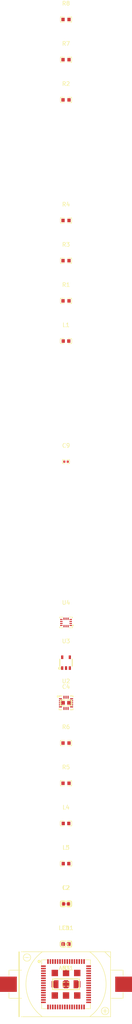
<source format=kicad_pcb>
(kicad_pcb (version 20241229) (generator "atopile") (generator_version "0.12.4")
  (layers (0 "F.Cu" signal) (31 "B.Cu" signal) (34 "B.Paste" user) (35 "F.Paste" user) (36 "B.SilkS" user "B.Silkscreen") (37 "F.SilkS" user "F.Silkscreen") (38 "B.Mask" user) (39 "F.Mask" user) (44 "Edge.Cuts" user))
  (net 0 "")
  (net 1 "PC13")
  (net 2 "PA2_UART2_TX")
  (net 3 "PA3_UART2_RX")
  (net 4 "PC0")
  (net 7 "VLXSMPS")
  (net 8 "PC6")
  (net 9 "PC4")
  (net 11 "PB7_UART1_RX")
  (net 18 "PA4")
  (net 19 "PA5")
  (net 20 "PB9")
  (net 22 "PB15")
  (net 23 "PA13")
  (net 26 "PC1")
  (net 29 "PA14")
  (net 30 "PC5")
  (net 31 "VREFpos")
  (net 32 "VFBSMPS")
  (net 35 "PB8")
  (net 39 "PC3")
  (net 6 "PB1")
  (net 41 "PA10")
  (net 43 "PA7")
  (net 44 "PB13")
  (net 45 "PB10")
  (net 47 "PA6")
  (net 48 "footprint-net-3")
  (net 50 "footprint-net-2")
  (net 51 "PB14")
  (net 52 "VDDMPS")
  (net 53 "PB12")
  (net 56 "PA8")
  (net 57 "NRST")
  (net 58 "PC2")
  (net 59 "PA11")
  (net 60 "PA9")
  (net 61 "PB11")
  (net 62 "BOOT0")
  (net 65 "PA12")
  (net 12 "footprint-net-0")
  (net 66 "footprint-net-1")
  (net 94 "ADC1")
  (net 95 "vbat")
  (net 96 "footprint-SDO_SA0-1")
  (net 97 "footprint-INT2-1")
  (net 99 "activation")
  (net 100 "footprint-CS-0")
  (net 101 "footprint-net-5")
  (net 102 "A")
  (net 103 "ADC2")
  (net 104 "SCX")
  (net 105 "led_status")
  (net 106 "footprint-CS-1")
  (net 107 "gnd")
  (net 108 "CS_AUX")
  (net 109 "INT1")
  (net 110 "RES")
  (net 111 "adc_ntc")
  (net 112 "footprint-INT2-0")
  (net 113 "footprint-net-4")
  (net 115 "ADC3")
  (net 116 "vcc")
  (net 117 "SDX")
  (net 118 "footprint-SDO_SA0-0")
  (net 119 "SDO_SUX")
  (net 15 "Dummy")
  (net 16 "Feed")
  (net 17 "RF_OUT")
  (net 5 "i2c_scl")
  (net 21 "i2c_sda")
  (footprint "RAKwireless_RAK3172_SIP_8_SM_NI:LGA-73_L12.0-W12.0-P0.60-TL" (layer "F.Cu") (at 0 0 0)
    (property "Reference" "U1" (at 0 -9.65 0) (layer "F.SilkS") (hide no))
    (property "Value" "")
    (fp_line (start -6.08 -4.82) (end -6.08 -6.08) (stroke (width 0.15)) (layer "F.SilkS"))
    (fp_line (start -6.08 -6.08) (end -4.82 -6.08) (stroke (width 0.15)) (layer "F.SilkS"))
    (fp_line (start 6.08 -4.82) (end 6.08 -6.08) (stroke (width 0.15)) (layer "F.SilkS"))
    (fp_line (start 6.08 -6.08) (end 4.82 -6.08) (stroke (width 0.15)) (layer "F.SilkS"))
    (fp_line (start 6.08 4.82) (end 6.08 6.08) (stroke (width 0.15)) (layer "F.SilkS"))
    (fp_line (start 6.08 6.08) (end 4.82 6.08) (stroke (width 0.15)) (layer "F.SilkS"))
    (fp_line (start -6.08 4.82) (end -6.08 6.08) (stroke (width 0.15)) (layer "F.SilkS"))
    (fp_line (start -6.08 6.08) (end -4.82 6.08) (stroke (width 0.15)) (layer "F.SilkS"))
    (fp_circle (center -6.7 -5.67) (end -6.5 -5.67) (stroke (width 0.4)) (fill no) (layer "F.SilkS"))
    (fp_text user "${REFERENCE}" (at 0 -9.65 0) (layer "F.SilkS"))
    (pad "1" smd rect (at -5.65 -4.5 0) (size 1.17 0.37) (layers "F.Cu" "F.Paste" "F.Mask") (net 23 "PA13"))
    (pad "2" smd rect (at -5.65 -3.9 0) (size 1.17 0.37) (layers "F.Cu" "F.Paste" "F.Mask") (net 29 "PA14"))
    (pad "3" smd rect (at -5.65 -3.3 0) (size 1.17 0.37) (layers "F.Cu" "F.Paste" "F.Mask") (net 116 "vcc"))
    (pad "4" smd rect (at -5.65 -2.7 0) (size 1.17 0.37) (layers "F.Cu" "F.Paste" "F.Mask") (net 95 "vbat"))
    (pad "5" smd rect (at -5.65 -2.1 0) (size 1.17 0.37) (layers "F.Cu" "F.Paste" "F.Mask") (net 1 "PC13"))
    (pad "6" smd rect (at -5.65 -1.5 0) (size 1.17 0.37) (layers "F.Cu" "F.Paste" "F.Mask") (net 31 "VREFpos"))
    (pad "7" smd rect (at -5.65 -0.9 0) (size 1.17 0.37) (layers "F.Cu" "F.Paste" "F.Mask") (net 116 "vcc"))
    (pad "8" smd rect (at -5.65 -0.3 0) (size 1.17 0.37) (layers "F.Cu" "F.Paste" "F.Mask") (net 5 "i2c_scl"))
    (pad "9" smd rect (at -5.65 0.3 0) (size 1.17 0.37) (layers "F.Cu" "F.Paste" "F.Mask") (net 22 "PB15"))
    (pad "10" smd rect (at -5.65 0.9 0) (size 1.17 0.37) (layers "F.Cu" "F.Paste" "F.Mask") (net 32 "VFBSMPS"))
    (pad "11" smd rect (at -5.65 1.5 0) (size 1.17 0.37) (layers "F.Cu" "F.Paste" "F.Mask") (net 52 "VDDMPS"))
    (pad "12" smd rect (at -5.65 2.1 0) (size 1.17 0.37) (layers "F.Cu" "F.Paste" "F.Mask") (net 107 "gnd"))
    (pad "13" smd rect (at -5.65 2.7 0) (size 1.17 0.37) (layers "F.Cu" "F.Paste" "F.Mask") (net 7 "VLXSMPS"))
    (pad "14" smd rect (at -5.65 3.3 0) (size 1.17 0.37) (layers "F.Cu" "F.Paste" "F.Mask") (net 97 "footprint-INT2-1"))
    (pad "15" smd rect (at -5.65 3.9 0) (size 1.17 0.37) (layers "F.Cu" "F.Paste" "F.Mask") (net 109 "INT1"))
    (pad "16" smd rect (at -5.65 4.5 0) (size 1.17 0.37) (layers "F.Cu" "F.Paste" "F.Mask") (net 105 "led_status"))
    (pad "17" smd rect (at -4.5 5.65 0) (size 0.37 1.17) (layers "F.Cu" "F.Paste" "F.Mask") (net 21 "i2c_sda"))
    (pad "18" smd rect (at -3.9 5.65 0) (size 0.37 1.17) (layers "F.Cu" "F.Paste" "F.Mask") (net 11 "PB7_UART1_RX"))
    (pad "19" smd rect (at -3.3 5.65 0) (size 0.37 1.17) (layers "F.Cu" "F.Paste" "F.Mask") (net 35 "PB8"))
    (pad "20" smd rect (at -2.7 5.65 0) (size 0.37 1.17) (layers "F.Cu" "F.Paste" "F.Mask") (net 20 "PB9"))
    (pad "21" smd rect (at -2.1 5.65 0) (size 0.37 1.17) (layers "F.Cu" "F.Paste" "F.Mask") (net 4 "PC0"))
    (pad "22" smd rect (at -1.5 5.65 0) (size 0.37 1.17) (layers "F.Cu" "F.Paste" "F.Mask") (net 26 "PC1"))
    (pad "23" smd rect (at -0.9 5.65 0) (size 0.37 1.17) (layers "F.Cu" "F.Paste" "F.Mask") (net 58 "PC2"))
    (pad "24" smd rect (at -0.3 5.65 0) (size 0.37 1.17) (layers "F.Cu" "F.Paste" "F.Mask") (net 39 "PC3"))
    (pad "25" smd rect (at 0.3 5.65 0) (size 0.37 1.17) (layers "F.Cu" "F.Paste" "F.Mask") (net 9 "PC4"))
    (pad "26" smd rect (at 0.9 5.65 0) (size 0.37 1.17) (layers "F.Cu" "F.Paste" "F.Mask") (net 30 "PC5"))
    (pad "27" smd rect (at 1.5 5.65 0) (size 0.37 1.17) (layers "F.Cu" "F.Paste" "F.Mask") (net 8 "PC6"))
    (pad "28" smd rect (at 2.1 5.65 0) (size 0.37 1.17) (layers "F.Cu" "F.Paste" "F.Mask") (net 107 "gnd"))
    (pad "29" smd rect (at 2.7 5.65 0) (size 0.37 1.17) (layers "F.Cu" "F.Paste" "F.Mask") (net 2 "PA2_UART2_TX"))
    (pad "30" smd rect (at 3.3 5.65 0) (size 0.37 1.17) (layers "F.Cu" "F.Paste" "F.Mask") (net 3 "PA3_UART2_RX"))
    (pad "31" smd rect (at 3.9 5.65 0) (size 0.37 1.17) (layers "F.Cu" "F.Paste" "F.Mask") (net 18 "PA4"))
    (pad "32" smd rect (at 4.5 5.65 0) (size 0.37 1.17) (layers "F.Cu" "F.Paste" "F.Mask") (net 19 "PA5"))
    (pad "33" smd rect (at 5.65 4.5 0) (size 1.17 0.37) (layers "F.Cu" "F.Paste" "F.Mask") (net 47 "PA6"))
    (pad "34" smd rect (at 5.65 3.9 0) (size 1.17 0.37) (layers "F.Cu" "F.Paste" "F.Mask") (net 43 "PA7"))
    (pad "35" smd rect (at 5.65 3.3 0) (size 1.17 0.37) (layers "F.Cu" "F.Paste" "F.Mask") (net 107 "gnd"))
    (pad "36" smd rect (at 5.65 2.7 0) (size 1.17 0.37) (layers "F.Cu" "F.Paste" "F.Mask") (net 107 "gnd"))
    (pad "37" smd rect (at 5.65 2.1 0) (size 1.17 0.37) (layers "F.Cu" "F.Paste" "F.Mask") (net 17 "RF_OUT"))
    (pad "38" smd rect (at 5.65 1.5 0) (size 1.17 0.37) (layers "F.Cu" "F.Paste" "F.Mask") (net 107 "gnd"))
    (pad "39" smd rect (at 5.65 0.9 0) (size 1.17 0.37) (layers "F.Cu" "F.Paste" "F.Mask") (net 107 "gnd"))
    (pad "40" smd rect (at 5.65 0.3 0) (size 1.17 0.37) (layers "F.Cu" "F.Paste" "F.Mask") (net 50 "footprint-net-2"))
    (pad "41" smd rect (at 5.65 -0.3 0) (size 1.17 0.37) (layers "F.Cu" "F.Paste" "F.Mask") (net 48 "footprint-net-3"))
    (pad "42" smd rect (at 5.65 -0.9 0) (size 1.17 0.37) (layers "F.Cu" "F.Paste" "F.Mask") (net 99 "activation"))
    (pad "43" smd rect (at 5.65 -1.5 0) (size 1.17 0.37) (layers "F.Cu" "F.Paste" "F.Mask") (net 62 "BOOT0"))
    (pad "44" smd rect (at 5.65 -2.1 0) (size 1.17 0.37) (layers "F.Cu" "F.Paste" "F.Mask") (net 57 "NRST"))
    (pad "45" smd rect (at 5.65 -2.7 0) (size 1.17 0.37) (layers "F.Cu" "F.Paste" "F.Mask") (net 111 "adc_ntc"))
    (pad "46" smd rect (at 5.65 -3.3 0) (size 1.17 0.37) (layers "F.Cu" "F.Paste" "F.Mask") (net 107 "gnd"))
    (pad "47" smd rect (at 5.65 -3.9 0) (size 1.17 0.37) (layers "F.Cu" "F.Paste" "F.Mask") (net 107 "gnd"))
    (pad "48" smd rect (at 5.65 -4.5 0) (size 1.17 0.37) (layers "F.Cu" "F.Paste" "F.Mask") (net 61 "PB11"))
    (pad "49" smd rect (at 4.5 -5.65 0) (size 0.37 1.17) (layers "F.Cu" "F.Paste" "F.Mask") (net 45 "PB10"))
    (pad "50" smd rect (at 3.9 -5.65 0) (size 0.37 1.17) (layers "F.Cu" "F.Paste" "F.Mask") (net 60 "PA9"))
    (pad "51" smd rect (at 3.3 -5.65 0) (size 0.37 1.17) (layers "F.Cu" "F.Paste" "F.Mask") (net 56 "PA8"))
    (pad "52" smd rect (at 2.7 -5.65 0) (size 0.37 1.17) (layers "F.Cu" "F.Paste" "F.Mask") (net 107 "gnd"))
    (pad "53" smd rect (at 2.1 -5.65 0) (size 0.37 1.17) (layers "F.Cu" "F.Paste" "F.Mask") (net 116 "vcc"))
    (pad "54" smd rect (at 1.5 -5.65 0) (size 0.37 1.17) (layers "F.Cu" "F.Paste" "F.Mask") (net 116 "vcc"))
    (pad "55" smd rect (at 0.9 -5.65 0) (size 0.37 1.17) (layers "F.Cu" "F.Paste" "F.Mask") (net 116 "vcc"))
    (pad "56" smd rect (at 0.3 -5.65 0) (size 0.37 1.17) (layers "F.Cu" "F.Paste" "F.Mask") (net 107 "gnd"))
    (pad "57" smd rect (at -0.3 -5.65 0) (size 0.37 1.17) (layers "F.Cu" "F.Paste" "F.Mask") (net 6 "PB1"))
    (pad "58" smd rect (at -0.9 -5.65 0) (size 0.37 1.17) (layers "F.Cu" "F.Paste" "F.Mask") (net 112 "footprint-INT2-0"))
    (pad "59" smd rect (at -1.5 -5.65 0) (size 0.37 1.17) (layers "F.Cu" "F.Paste" "F.Mask") (net 53 "PB12"))
    (pad "60" smd rect (at -2.1 -5.65 0) (size 0.37 1.17) (layers "F.Cu" "F.Paste" "F.Mask") (net 44 "PB13"))
    (pad "61" smd rect (at -2.7 -5.65 0) (size 0.37 1.17) (layers "F.Cu" "F.Paste" "F.Mask") (net 51 "PB14"))
    (pad "62" smd rect (at -3.3 -5.65 0) (size 0.37 1.17) (layers "F.Cu" "F.Paste" "F.Mask") (net 41 "PA10"))
    (pad "63" smd rect (at -3.9 -5.65 0) (size 0.37 1.17) (layers "F.Cu" "F.Paste" "F.Mask") (net 59 "PA11"))
    (pad "64" smd rect (at -4.5 -5.65 0) (size 0.37 1.17) (layers "F.Cu" "F.Paste" "F.Mask") (net 65 "PA12"))
    (pad "65" smd rect (at -2.8 -2.8 0) (size 1.6 1.6) (layers "F.Cu" "F.Paste" "F.Mask") (net 107 "gnd"))
    (pad "66" smd rect (at 0 -2.8 0) (size 1.6 1.6) (layers "F.Cu" "F.Paste" "F.Mask") (net 107 "gnd"))
    (pad "67" smd rect (at 2.8 -2.8 0) (size 1.6 1.6) (layers "F.Cu" "F.Paste" "F.Mask") (net 107 "gnd"))
    (pad "68" smd rect (at -2.8 0 0) (size 1.6 1.6) (layers "F.Cu" "F.Paste" "F.Mask") (net 107 "gnd"))
    (pad "69" smd rect (at 0 0 0) (size 1.6 1.6) (layers "F.Cu" "F.Paste" "F.Mask") (net 107 "gnd"))
    (pad "70" smd rect (at 2.8 0 0) (size 1.6 1.6) (layers "F.Cu" "F.Paste" "F.Mask") (net 107 "gnd"))
    (pad "71" smd rect (at -2.8 2.8 0) (size 1.6 1.6) (layers "F.Cu" "F.Paste" "F.Mask") (net 107 "gnd"))
    (pad "72" smd rect (at 0 2.8 0) (size 1.6 1.6) (layers "F.Cu" "F.Paste" "F.Mask") (net 107 "gnd"))
    (pad "73" smd rect (at 2.8 2.8 0) (size 1.6 1.6) (layers "F.Cu" "F.Paste" "F.Mask") (net 107 "gnd"))
  )
  (footprint "Murata_Electronics_GRM155R61A475KEAAD:C0402" (layer "F.Cu") (at 0 0 0)
    (property "Reference" "C3" (at 0 -4 0) (layer "F.SilkS") (hide no))
    (property "Value" "4.7µF ±10% 10V X5R")
    (fp_line (start -0.72 -0.5) (end -0.22 -0.5) (stroke (width 0.15)) (layer "F.SilkS"))
    (fp_line (start -0.87 0.35) (end -0.87 -0.35) (stroke (width 0.15)) (layer "F.SilkS"))
    (fp_line (start -0.22 0.5) (end -0.72 0.5) (stroke (width 0.15)) (layer "F.SilkS"))
    (fp_line (start 0.72 0.5) (end 0.22 0.5) (stroke (width 0.15)) (layer "F.SilkS"))
    (fp_line (start 0.22 -0.5) (end 0.72 -0.5) (stroke (width 0.15)) (layer "F.SilkS"))
    (fp_line (start 0.87 -0.35) (end 0.87 0.35) (stroke (width 0.15)) (layer "F.SilkS"))
    (fp_arc (start 0.87 -0.35) (mid 0.8260660171779821 -0.4560660171779821) (end 0.72 -0.5) (stroke (width 0.15)) (layer "F.SilkS"))
    (fp_arc (start 0.72 0.5) (mid 0.8260660171779821 0.4560660171779821) (end 0.87 0.35) (stroke (width 0.15)) (layer "F.SilkS"))
    (fp_arc (start -0.87 0.35) (mid -0.8260660171779821 0.4560660171779821) (end -0.72 0.5) (stroke (width 0.15)) (layer "F.SilkS"))
    (fp_arc (start -0.72 -0.5) (mid -0.8260660171779821 -0.4560660171779821) (end -0.87 -0.35) (stroke (width 0.15)) (layer "F.SilkS"))
    (fp_text user "${REFERENCE}" (at 0 -4 0) (layer "F.SilkS"))
    (pad "2" smd rect (at 0.42 0 0) (size 0.5 0.54) (layers "F.Cu" "F.Paste" "F.Mask") (net 107 "gnd"))
    (pad "1" smd rect (at -0.42 0 0) (size 0.5 0.54) (layers "F.Cu" "F.Paste" "F.Mask") (net 116 "vcc"))
  )
  (footprint "YAGEO_CC0603KRX7R9BB104:C0603" (layer "F.Cu") (at 0 -70 0)
    (property "Reference" "C4" (at 0 -4 0) (layer "F.SilkS") (hide no))
    (property "Value" "100nF ±10% 50V X7R")
    (fp_line (start -0.28 0.71) (end -1.08 0.71) (stroke (width 0.25)) (layer "F.SilkS"))
    (fp_line (start 0.28 0.71) (end 1.08 0.71) (stroke (width 0.25)) (layer "F.SilkS"))
    (fp_line (start -0.28 -0.71) (end -1.08 -0.71) (stroke (width 0.25)) (layer "F.SilkS"))
    (fp_line (start 0.28 -0.71) (end 1.08 -0.71) (stroke (width 0.25)) (layer "F.SilkS"))
    (fp_line (start -1.39 0.4) (end -1.39 -0.4) (stroke (width 0.25)) (layer "F.SilkS"))
    (fp_line (start 1.39 -0.4) (end 1.39 0.4) (stroke (width 0.25)) (layer "F.SilkS"))
    (fp_arc (start 1.39 -0.4) (mid 1.2992031021678296 -0.6192031021678296) (end 1.08 -0.7099999999999999) (stroke (width 0.25)) (layer "F.SilkS"))
    (fp_arc (start 1.08 0.71) (mid 1.2992031021678296 0.6192031021678297) (end 1.3900000000000001 0.4) (stroke (width 0.25)) (layer "F.SilkS"))
    (fp_arc (start -1.39 0.4) (mid -1.2992031021678296 0.6192031021678296) (end -1.08 0.7099999999999999) (stroke (width 0.25)) (layer "F.SilkS"))
    (fp_arc (start -1.08 -0.71) (mid -1.2992031021678296 -0.6192031021678297) (end -1.3900000000000001 -0.4) (stroke (width 0.25)) (layer "F.SilkS"))
    (fp_text user "${REFERENCE}" (at 0 -4 0) (layer "F.SilkS"))
    (pad "2" smd rect (at 0.7 0 0) (size 0.8 0.9) (layers "F.Cu" "F.Paste" "F.Mask") (net 107 "gnd"))
    (pad "1" smd rect (at -0.7 0 0) (size 0.8 0.9) (layers "F.Cu" "F.Paste" "F.Mask") (net 116 "vcc"))
  )
  (footprint "Murata_Electronics_GRM155R61A475KEAAD:C0402" (layer "F.Cu") (at 0 -130 0)
    (property "Reference" "C9" (at 0 -4 0) (layer "F.SilkS") (hide no))
    (property "Value" "4.7µF ±10% 10V X5R")
    (fp_line (start -0.72 -0.5) (end -0.22 -0.5) (stroke (width 0.15)) (layer "F.SilkS"))
    (fp_line (start -0.87 0.35) (end -0.87 -0.35) (stroke (width 0.15)) (layer "F.SilkS"))
    (fp_line (start -0.22 0.5) (end -0.72 0.5) (stroke (width 0.15)) (layer "F.SilkS"))
    (fp_line (start 0.72 0.5) (end 0.22 0.5) (stroke (width 0.15)) (layer "F.SilkS"))
    (fp_line (start 0.22 -0.5) (end 0.72 -0.5) (stroke (width 0.15)) (layer "F.SilkS"))
    (fp_line (start 0.87 -0.35) (end 0.87 0.35) (stroke (width 0.15)) (layer "F.SilkS"))
    (fp_arc (start 0.87 -0.35) (mid 0.8260660171779821 -0.4560660171779821) (end 0.72 -0.5) (stroke (width 0.15)) (layer "F.SilkS"))
    (fp_arc (start 0.72 0.5) (mid 0.8260660171779821 0.4560660171779821) (end 0.87 0.35) (stroke (width 0.15)) (layer "F.SilkS"))
    (fp_arc (start -0.87 0.35) (mid -0.8260660171779821 0.4560660171779821) (end -0.72 0.5) (stroke (width 0.15)) (layer "F.SilkS"))
    (fp_arc (start -0.72 -0.5) (mid -0.8260660171779821 -0.4560660171779821) (end -0.87 -0.35) (stroke (width 0.15)) (layer "F.SilkS"))
    (fp_text user "${REFERENCE}" (at 0 -4 0) (layer "F.SilkS"))
    (pad "2" smd rect (at 0.42 0 0) (size 0.5 0.54) (layers "F.Cu" "F.Paste" "F.Mask") (net 107 "gnd"))
    (pad "1" smd rect (at -0.42 0 0) (size 0.5 0.54) (layers "F.Cu" "F.Paste" "F.Mask") (net 116 "vcc"))
  )
  (footprint "Murata_Electronics_LQM18FN100M00D:L0603" (layer "F.Cu") (at 0 -160 0)
    (property "Reference" "L1" (at 0 -4 0) (layer "F.SilkS") (hide no))
    (property "Value" "10µH ±20% 30MHz 50mA 1.17Ω")
    (fp_line (start -1.27 0.65) (end -1.43 0.5) (stroke (width 0.15)) (layer "F.SilkS"))
    (fp_line (start -1.43 0.5) (end -1.43 -0.51) (stroke (width 0.15)) (layer "F.SilkS"))
    (fp_line (start -1.43 -0.51) (end -1.27 -0.65) (stroke (width 0.15)) (layer "F.SilkS"))
    (fp_line (start 1.27 -0.65) (end 1.42 -0.5) (stroke (width 0.15)) (layer "F.SilkS"))
    (fp_line (start 1.42 -0.5) (end 1.42 0.52) (stroke (width 0.15)) (layer "F.SilkS"))
    (fp_line (start 1.42 0.52) (end 1.27 0.65) (stroke (width 0.15)) (layer "F.SilkS"))
    (fp_line (start -1.28 -0.65) (end -0.51 -0.65) (stroke (width 0.15)) (layer "F.SilkS"))
    (fp_line (start 1.27 0.65) (end 0.51 0.65) (stroke (width 0.15)) (layer "F.SilkS"))
    (fp_line (start -1.28 0.65) (end -0.51 0.65) (stroke (width 0.15)) (layer "F.SilkS"))
    (fp_line (start 1.27 -0.65) (end 0.51 -0.65) (stroke (width 0.15)) (layer "F.SilkS"))
    (fp_text user "${REFERENCE}" (at 0 -4 0) (layer "F.SilkS"))
    (pad "1" smd rect (at -0.7 0 180) (size 0.8 0.86) (layers "F.Cu" "F.Paste" "F.Mask") (net 116 "vcc"))
    (pad "2" smd rect (at 0.7 0 180) (size 0.8 0.86) (layers "F.Cu" "F.Paste" "F.Mask") (net 116 "vcc"))
  )
  (footprint "UNI_ROYAL_0603WAF1002T5E:R0603" (layer "F.Cu") (at 0 -170 0)
    (property "Reference" "R1" (at 0 -4 0) (layer "F.SilkS") (hide no))
    (property "Value" "10kΩ ±1% 100mW")
    (fp_line (start 0.43 0.66) (end 1.39 0.66) (stroke (width 0.15)) (layer "F.SilkS"))
    (fp_line (start 1.39 0.66) (end 1.39 -0.66) (stroke (width 0.15)) (layer "F.SilkS"))
    (fp_line (start 1.39 -0.66) (end 0.43 -0.66) (stroke (width 0.15)) (layer "F.SilkS"))
    (fp_line (start -0.43 0.66) (end -1.39 0.66) (stroke (width 0.15)) (layer "F.SilkS"))
    (fp_line (start -1.39 0.66) (end -1.39 -0.66) (stroke (width 0.15)) (layer "F.SilkS"))
    (fp_line (start -1.39 -0.66) (end -0.43 -0.66) (stroke (width 0.15)) (layer "F.SilkS"))
    (fp_text user "${REFERENCE}" (at 0 -4 0) (layer "F.SilkS"))
    (pad "2" smd rect (at 0.75 0 0) (size 0.81 0.86) (layers "F.Cu" "F.Paste" "F.Mask") (net 107 "gnd"))
    (pad "1" smd rect (at -0.75 0 0) (size 0.81 0.86) (layers "F.Cu" "F.Paste" "F.Mask") (net 116 "vcc"))
  )
  (footprint "UNI_ROYAL_0603WAF1002T5E:R0603" (layer "F.Cu") (at 0 -180 0)
    (property "Reference" "R3" (at 0 -4 0) (layer "F.SilkS") (hide no))
    (property "Value" "10kΩ ±1% 100mW")
    (fp_line (start 0.43 0.66) (end 1.39 0.66) (stroke (width 0.15)) (layer "F.SilkS"))
    (fp_line (start 1.39 0.66) (end 1.39 -0.66) (stroke (width 0.15)) (layer "F.SilkS"))
    (fp_line (start 1.39 -0.66) (end 0.43 -0.66) (stroke (width 0.15)) (layer "F.SilkS"))
    (fp_line (start -0.43 0.66) (end -1.39 0.66) (stroke (width 0.15)) (layer "F.SilkS"))
    (fp_line (start -1.39 0.66) (end -1.39 -0.66) (stroke (width 0.15)) (layer "F.SilkS"))
    (fp_line (start -1.39 -0.66) (end -0.43 -0.66) (stroke (width 0.15)) (layer "F.SilkS"))
    (fp_text user "${REFERENCE}" (at 0 -4 0) (layer "F.SilkS"))
    (pad "2" smd rect (at 0.75 0 0) (size 0.81 0.86) (layers "F.Cu" "F.Paste" "F.Mask") (net 107 "gnd"))
    (pad "1" smd rect (at -0.75 0 0) (size 0.81 0.86) (layers "F.Cu" "F.Paste" "F.Mask") (net 111 "adc_ntc"))
  )
  (footprint "UNI_ROYAL_0603WAF1002T5E:R0603" (layer "F.Cu") (at 0 -190 0)
    (property "Reference" "R4" (at 0 -4 0) (layer "F.SilkS") (hide no))
    (property "Value" "10kΩ ±1% 100mW")
    (fp_line (start 0.43 0.66) (end 1.39 0.66) (stroke (width 0.15)) (layer "F.SilkS"))
    (fp_line (start 1.39 0.66) (end 1.39 -0.66) (stroke (width 0.15)) (layer "F.SilkS"))
    (fp_line (start 1.39 -0.66) (end 0.43 -0.66) (stroke (width 0.15)) (layer "F.SilkS"))
    (fp_line (start -0.43 0.66) (end -1.39 0.66) (stroke (width 0.15)) (layer "F.SilkS"))
    (fp_line (start -1.39 0.66) (end -1.39 -0.66) (stroke (width 0.15)) (layer "F.SilkS"))
    (fp_line (start -1.39 -0.66) (end -0.43 -0.66) (stroke (width 0.15)) (layer "F.SilkS"))
    (fp_text user "${REFERENCE}" (at 0 -4 0) (layer "F.SilkS"))
    (pad "2" smd rect (at 0.75 0 0) (size 0.81 0.86) (layers "F.Cu" "F.Paste" "F.Mask") (net 111 "adc_ntc"))
    (pad "1" smd rect (at -0.75 0 0) (size 0.81 0.86) (layers "F.Cu" "F.Paste" "F.Mask") (net 116 "vcc"))
  )
  (footprint "UNI_ROYAL_0603WAF1002T5E:R0603" (layer "F.Cu") (at 0 -220 0)
    (property "Reference" "R2" (at 0 -4 0) (layer "F.SilkS") (hide no))
    (property "Value" "10kΩ ±1% 100mW")
    (fp_line (start 0.43 0.66) (end 1.39 0.66) (stroke (width 0.15)) (layer "F.SilkS"))
    (fp_line (start 1.39 0.66) (end 1.39 -0.66) (stroke (width 0.15)) (layer "F.SilkS"))
    (fp_line (start 1.39 -0.66) (end 0.43 -0.66) (stroke (width 0.15)) (layer "F.SilkS"))
    (fp_line (start -0.43 0.66) (end -1.39 0.66) (stroke (width 0.15)) (layer "F.SilkS"))
    (fp_line (start -1.39 0.66) (end -1.39 -0.66) (stroke (width 0.15)) (layer "F.SilkS"))
    (fp_line (start -1.39 -0.66) (end -0.43 -0.66) (stroke (width 0.15)) (layer "F.SilkS"))
    (fp_text user "${REFERENCE}" (at 0 -4 0) (layer "F.SilkS"))
    (pad "2" smd rect (at 0.75 0 0) (size 0.81 0.86) (layers "F.Cu" "F.Paste" "F.Mask") (net 66 "footprint-net-1"))
    (pad "1" smd rect (at -0.75 0 0) (size 0.81 0.86) (layers "F.Cu" "F.Paste" "F.Mask") (net 12 "footprint-net-0"))
  )
  (footprint "UNI_ROYAL_0603WAF1002T5E:R0603" (layer "F.Cu") (at 0 -230 0)
    (property "Reference" "R7" (at 0 -4 0) (layer "F.SilkS") (hide no))
    (property "Value" "10kΩ ±1% 100mW")
    (fp_line (start 0.43 0.66) (end 1.39 0.66) (stroke (width 0.15)) (layer "F.SilkS"))
    (fp_line (start 1.39 0.66) (end 1.39 -0.66) (stroke (width 0.15)) (layer "F.SilkS"))
    (fp_line (start 1.39 -0.66) (end 0.43 -0.66) (stroke (width 0.15)) (layer "F.SilkS"))
    (fp_line (start -0.43 0.66) (end -1.39 0.66) (stroke (width 0.15)) (layer "F.SilkS"))
    (fp_line (start -1.39 0.66) (end -1.39 -0.66) (stroke (width 0.15)) (layer "F.SilkS"))
    (fp_line (start -1.39 -0.66) (end -0.43 -0.66) (stroke (width 0.15)) (layer "F.SilkS"))
    (fp_text user "${REFERENCE}" (at 0 -4 0) (layer "F.SilkS"))
    (pad "2" smd rect (at 0.75 0 0) (size 0.81 0.86) (layers "F.Cu" "F.Paste" "F.Mask") (net 21 "i2c_sda"))
    (pad "1" smd rect (at -0.75 0 0) (size 0.81 0.86) (layers "F.Cu" "F.Paste" "F.Mask") (net 116 "vcc"))
  )
  (footprint "UNI_ROYAL_0603WAF1002T5E:R0603" (layer "F.Cu") (at 0 -240 0)
    (property "Reference" "R8" (at 0 -4 0) (layer "F.SilkS") (hide no))
    (property "Value" "10kΩ ±1% 100mW")
    (fp_line (start 0.43 0.66) (end 1.39 0.66) (stroke (width 0.15)) (layer "F.SilkS"))
    (fp_line (start 1.39 0.66) (end 1.39 -0.66) (stroke (width 0.15)) (layer "F.SilkS"))
    (fp_line (start 1.39 -0.66) (end 0.43 -0.66) (stroke (width 0.15)) (layer "F.SilkS"))
    (fp_line (start -0.43 0.66) (end -1.39 0.66) (stroke (width 0.15)) (layer "F.SilkS"))
    (fp_line (start -1.39 0.66) (end -1.39 -0.66) (stroke (width 0.15)) (layer "F.SilkS"))
    (fp_line (start -1.39 -0.66) (end -0.43 -0.66) (stroke (width 0.15)) (layer "F.SilkS"))
    (fp_text user "${REFERENCE}" (at 0 -4 0) (layer "F.SilkS"))
    (pad "2" smd rect (at 0.75 0 0) (size 0.81 0.86) (layers "F.Cu" "F.Paste" "F.Mask") (net 5 "i2c_scl"))
    (pad "1" smd rect (at -0.75 0 0) (size 0.81 0.86) (layers "F.Cu" "F.Paste" "F.Mask") (net 116 "vcc"))
  )
  (footprint "Q_J_CR2032_BS_6_1:BAT-TH_CR2032-BS-6-1" (layer "F.Cu") (at 0 0 0)
    (property "Reference" "B1" (at 0 -4 0) (layer "F.SilkS") (hide no))
    (property "Value" "")
    (fp_line (start 11.13 8.08) (end 11.13 1.98) (stroke (width 0.15)) (layer "F.SilkS"))
    (fp_line (start -9.2 -6.65) (end -10.3 -6.65) (stroke (width 0.15)) (layer "F.SilkS"))
    (fp_line (start 9.2 6.65) (end 10.3 6.65) (stroke (width 0.15)) (layer "F.SilkS"))
    (fp_line (start 9.75 7.2) (end 9.75 6.1) (stroke (width 0.15)) (layer "F.SilkS"))
    (fp_line (start 11.13 -1.98) (end 11.13 2.06) (stroke (width 0.15)) (layer "F.SilkS"))
    (fp_line (start -11.8 -8.05) (end -11.8 8.05) (stroke (width 0.15)) (layer "F.SilkS"))
    (fp_line (start -11.8 -8.07) (end -11.65 -8.07) (stroke (width 0.15)) (layer "F.SilkS"))
    (fp_line (start -11.65 -8.07) (end -11.65 8.08) (stroke (width 0.15)) (layer "F.SilkS"))
    (fp_line (start -11.65 8.08) (end -11.8 8.08) (stroke (width 0.15)) (layer "F.SilkS"))
    (fp_line (start -14.25 3.5) (end -11.13 3.5) (stroke (width 0.15)) (layer "F.SilkS"))
    (fp_line (start -14.25 3.5) (end -14.25 2.08) (stroke (width 0.15)) (layer "F.SilkS"))
    (fp_line (start -14.25 -3.5) (end -14.25 -2.08) (stroke (width 0.15)) (layer "F.SilkS"))
    (fp_line (start -14.25 -3.5) (end -11.13 -3.5) (stroke (width 0.15)) (layer "F.SilkS"))
    (fp_line (start 14.25 3.5) (end 11.13 3.5) (stroke (width 0.15)) (layer "F.SilkS"))
    (fp_line (start 14.25 3.5) (end 14.25 2.08) (stroke (width 0.15)) (layer "F.SilkS"))
    (fp_line (start 14.25 -3.5) (end 14.25 -2.08) (stroke (width 0.15)) (layer "F.SilkS"))
    (fp_line (start 14.25 -3.5) (end 11.13 -3.5) (stroke (width 0.15)) (layer "F.SilkS"))
    (fp_line (start 9.64 -8.08) (end 9.66 -8.08) (stroke (width 0.15)) (layer "F.SilkS"))
    (fp_line (start 9.66 -8.08) (end 11.13 -6.61) (stroke (width 0.15)) (layer "F.SilkS"))
    (fp_line (start -11.13 -8.08) (end 11.13 -8.08) (stroke (width 0.15)) (layer "F.SilkS"))
    (fp_line (start 11.13 -8.08) (end 11.13 -1.98) (stroke (width 0.15)) (layer "F.SilkS"))
    (fp_line (start -11.13 8.08) (end 11.13 8.08) (stroke (width 0.15)) (layer "F.SilkS"))
    (fp_arc (start -5.91 8.07) (mid -10.006743821177578 -0.003601908927777231) (end -5.904183094256048 -8.074249541064866) (stroke (width 0.15)) (layer "F.SilkS"))
    (fp_arc (start 5.91 -8.07) (mid 10.006743821177578 0.003601908927777231) (end 5.904183094256048 8.074249541064866) (stroke (width 0.15)) (layer "F.SilkS"))
    (fp_circle (center 9.75 6.65) (end 10.67 6.65) (stroke (width 0.15)) (fill no) (layer "F.SilkS"))
    (fp_circle (center -9.75 -6.65) (end -8.83 -6.65) (stroke (width 0.15)) (fill no) (layer "F.SilkS"))
    (fp_text user "${REFERENCE}" (at 0 -4 0) (layer "F.SilkS"))
    (pad "1" smd rect (at 14.39 0 0) (size 4.2 3.8) (layers "F.Cu" "F.Paste" "F.Mask") (net 95 "vbat"))
    (pad "2" smd rect (at -14.39 0 0) (size 4.2 3.8) (layers "F.Cu" "F.Paste" "F.Mask") (net 107 "gnd"))
  )
  (footprint "Everlight_Elec_19_217_GHC_YR1S2_3T:LED0603-RD" (layer "F.Cu") (at 0 -10 0)
    (property "Reference" "LED1" (at 0 -4 0) (layer "F.SilkS") (hide no))
    (property "Value" "")
    (fp_line (start 0.22 0.33) (end 0.21 0.33) (stroke (width 0.15)) (layer "F.SilkS"))
    (fp_line (start 0.21 0.33) (end -0.12 0) (stroke (width 0.15)) (layer "F.SilkS"))
    (fp_line (start 0.22 -0.35) (end 0.22 -0.34) (stroke (width 0.15)) (layer "F.SilkS"))
    (fp_line (start 0.22 -0.34) (end -0.12 0) (stroke (width 0.15)) (layer "F.SilkS"))
    (fp_line (start 0.22 -0.35) (end 0.22 0.33) (stroke (width 0.15)) (layer "F.SilkS"))
    (fp_line (start 0.24 -0.75) (end 1.39 -0.75) (stroke (width 0.15)) (layer "F.SilkS"))
    (fp_line (start 0.24 0.75) (end 1.39 0.75) (stroke (width 0.15)) (layer "F.SilkS"))
    (fp_line (start 1.39 -0.75) (end 1.39 0.73) (stroke (width 0.15)) (layer "F.SilkS"))
    (fp_line (start -0.14 0.75) (end -1.19 0.75) (stroke (width 0.15)) (layer "F.SilkS"))
    (fp_line (start -1.49 0.35) (end -1.49 0.45) (stroke (width 0.15)) (layer "F.SilkS"))
    (fp_line (start -1.49 0.45) (end -1.19 0.75) (stroke (width 0.15)) (layer "F.SilkS"))
    (fp_line (start -1.49 -0.35) (end -1.49 0.35) (stroke (width 0.15)) (layer "F.SilkS"))
    (fp_line (start -1.49 -0.35) (end -1.49 -0.45) (stroke (width 0.15)) (layer "F.SilkS"))
    (fp_line (start -1.49 -0.45) (end -1.19 -0.75) (stroke (width 0.15)) (layer "F.SilkS"))
    (fp_line (start -0.14 -0.75) (end -1.19 -0.75) (stroke (width 0.15)) (layer "F.SilkS"))
    (fp_line (start 0.22 0) (end -0.12 0) (stroke (width 0.15)) (layer "F.SilkS"))
    (fp_text user "${REFERENCE}" (at 0 -4 0) (layer "F.SilkS"))
    (pad "2" smd rect (at 0.75 0 90) (size 0.8 0.8) (layers "F.Cu" "F.Paste" "F.Mask") (net 102 "A"))
    (pad "1" smd rect (at -0.75 0 90) (size 0.8 0.8) (layers "F.Cu" "F.Paste" "F.Mask") (net 107 "gnd"))
  )
  (footprint "Murata_Electronics_BLM15PD121SN1D:L0402" (layer "F.Cu") (at 0 -20 0)
    (property "Reference" "L2" (at 0 -4 0) (layer "F.SilkS") (hide no))
    (property "Value" "")
    (fp_line (start -0.13 0.51) (end -0.92 0.51) (stroke (width 0.15)) (layer "F.SilkS"))
    (fp_line (start -0.92 0.51) (end -1.07 0.36) (stroke (width 0.15)) (layer "F.SilkS"))
    (fp_line (start -1.07 0.36) (end -1.07 -0.34) (stroke (width 0.15)) (layer "F.SilkS"))
    (fp_line (start -1.07 -0.34) (end -0.92 -0.49) (stroke (width 0.15)) (layer "F.SilkS"))
    (fp_line (start -0.92 -0.49) (end -0.13 -0.49) (stroke (width 0.15)) (layer "F.SilkS"))
    (fp_line (start 0.13 0.51) (end 0.92 0.51) (stroke (width 0.15)) (layer "F.SilkS"))
    (fp_line (start 0.92 0.51) (end 1.07 0.36) (stroke (width 0.15)) (layer "F.SilkS"))
    (fp_line (start 1.07 0.36) (end 1.07 -0.33) (stroke (width 0.15)) (layer "F.SilkS"))
    (fp_line (start 1.07 -0.33) (end 0.91 -0.49) (stroke (width 0.15)) (layer "F.SilkS"))
    (fp_line (start 0.91 -0.49) (end 0.13 -0.49) (stroke (width 0.15)) (layer "F.SilkS"))
    (fp_text user "${REFERENCE}" (at 0 -4 0) (layer "F.SilkS"))
    (pad "2" smd rect (at 0.42 0 0) (size 0.54 0.54) (layers "F.Cu" "F.Paste" "F.Mask") (net 116 "vcc"))
    (pad "1" smd rect (at -0.42 0 0) (size 0.54 0.54) (layers "F.Cu" "F.Paste" "F.Mask") (net 95 "vbat"))
  )
  (footprint "Murata_Electronics_LQM18FN100M00D:L0603" (layer "F.Cu") (at 0 -30 0)
    (property "Reference" "L3" (at 0 -4 0) (layer "F.SilkS") (hide no))
    (property "Value" "10µH ±20% 30MHz 50mA 1.17Ω")
    (fp_line (start -1.27 0.65) (end -1.43 0.5) (stroke (width 0.15)) (layer "F.SilkS"))
    (fp_line (start -1.43 0.5) (end -1.43 -0.51) (stroke (width 0.15)) (layer "F.SilkS"))
    (fp_line (start -1.43 -0.51) (end -1.27 -0.65) (stroke (width 0.15)) (layer "F.SilkS"))
    (fp_line (start 1.27 -0.65) (end 1.42 -0.5) (stroke (width 0.15)) (layer "F.SilkS"))
    (fp_line (start 1.42 -0.5) (end 1.42 0.52) (stroke (width 0.15)) (layer "F.SilkS"))
    (fp_line (start 1.42 0.52) (end 1.27 0.65) (stroke (width 0.15)) (layer "F.SilkS"))
    (fp_line (start -1.28 -0.65) (end -0.51 -0.65) (stroke (width 0.15)) (layer "F.SilkS"))
    (fp_line (start 1.27 0.65) (end 0.51 0.65) (stroke (width 0.15)) (layer "F.SilkS"))
    (fp_line (start -1.28 0.65) (end -0.51 0.65) (stroke (width 0.15)) (layer "F.SilkS"))
    (fp_line (start 1.27 -0.65) (end 0.51 -0.65) (stroke (width 0.15)) (layer "F.SilkS"))
    (fp_text user "${REFERENCE}" (at 0 -4 0) (layer "F.SilkS"))
    (pad "1" smd rect (at -0.7 0 180) (size 0.8 0.86) (layers "F.Cu" "F.Paste" "F.Mask") (net 116 "vcc"))
    (pad "2" smd rect (at 0.7 0 180) (size 0.8 0.86) (layers "F.Cu" "F.Paste" "F.Mask") (net 116 "vcc"))
  )
  (footprint "Murata_Electronics_LQM18FN100M00D:L0603" (layer "F.Cu") (at 0 -40 0)
    (property "Reference" "L4" (at 0 -4 0) (layer "F.SilkS") (hide no))
    (property "Value" "10µH ±20% 30MHz 50mA 1.17Ω")
    (fp_line (start -1.27 0.65) (end -1.43 0.5) (stroke (width 0.15)) (layer "F.SilkS"))
    (fp_line (start -1.43 0.5) (end -1.43 -0.51) (stroke (width 0.15)) (layer "F.SilkS"))
    (fp_line (start -1.43 -0.51) (end -1.27 -0.65) (stroke (width 0.15)) (layer "F.SilkS"))
    (fp_line (start 1.27 -0.65) (end 1.42 -0.5) (stroke (width 0.15)) (layer "F.SilkS"))
    (fp_line (start 1.42 -0.5) (end 1.42 0.52) (stroke (width 0.15)) (layer "F.SilkS"))
    (fp_line (start 1.42 0.52) (end 1.27 0.65) (stroke (width 0.15)) (layer "F.SilkS"))
    (fp_line (start -1.28 -0.65) (end -0.51 -0.65) (stroke (width 0.15)) (layer "F.SilkS"))
    (fp_line (start 1.27 0.65) (end 0.51 0.65) (stroke (width 0.15)) (layer "F.SilkS"))
    (fp_line (start -1.28 0.65) (end -0.51 0.65) (stroke (width 0.15)) (layer "F.SilkS"))
    (fp_line (start 1.27 -0.65) (end 0.51 -0.65) (stroke (width 0.15)) (layer "F.SilkS"))
    (fp_text user "${REFERENCE}" (at 0 -4 0) (layer "F.SilkS"))
    (pad "1" smd rect (at -0.7 0 180) (size 0.8 0.86) (layers "F.Cu" "F.Paste" "F.Mask") (net 116 "vcc"))
    (pad "2" smd rect (at 0.7 0 180) (size 0.8 0.86) (layers "F.Cu" "F.Paste" "F.Mask") (net 116 "vcc"))
  )
  (footprint "UNI_ROYAL_0603WAF1002T5E:R0603" (layer "F.Cu") (at 0 -50 0)
    (property "Reference" "R5" (at 0 -4 0) (layer "F.SilkS") (hide no))
    (property "Value" "10kΩ ±1% 100mW")
    (fp_line (start 0.43 0.66) (end 1.39 0.66) (stroke (width 0.15)) (layer "F.SilkS"))
    (fp_line (start 1.39 0.66) (end 1.39 -0.66) (stroke (width 0.15)) (layer "F.SilkS"))
    (fp_line (start 1.39 -0.66) (end 0.43 -0.66) (stroke (width 0.15)) (layer "F.SilkS"))
    (fp_line (start -0.43 0.66) (end -1.39 0.66) (stroke (width 0.15)) (layer "F.SilkS"))
    (fp_line (start -1.39 0.66) (end -1.39 -0.66) (stroke (width 0.15)) (layer "F.SilkS"))
    (fp_line (start -1.39 -0.66) (end -0.43 -0.66) (stroke (width 0.15)) (layer "F.SilkS"))
    (fp_text user "${REFERENCE}" (at 0 -4 0) (layer "F.SilkS"))
    (pad "2" smd rect (at 0.75 0 0) (size 0.81 0.86) (layers "F.Cu" "F.Paste" "F.Mask") (net 99 "activation"))
    (pad "1" smd rect (at -0.75 0 0) (size 0.81 0.86) (layers "F.Cu" "F.Paste" "F.Mask") (net 116 "vcc"))
  )
  (footprint "UNI_ROYAL_0603WAF1002T5E:R0603" (layer "F.Cu") (at 0 -60 0)
    (property "Reference" "R6" (at 0 -4 0) (layer "F.SilkS") (hide no))
    (property "Value" "10kΩ ±1% 100mW")
    (fp_line (start 0.43 0.66) (end 1.39 0.66) (stroke (width 0.15)) (layer "F.SilkS"))
    (fp_line (start 1.39 0.66) (end 1.39 -0.66) (stroke (width 0.15)) (layer "F.SilkS"))
    (fp_line (start 1.39 -0.66) (end 0.43 -0.66) (stroke (width 0.15)) (layer "F.SilkS"))
    (fp_line (start -0.43 0.66) (end -1.39 0.66) (stroke (width 0.15)) (layer "F.SilkS"))
    (fp_line (start -1.39 0.66) (end -1.39 -0.66) (stroke (width 0.15)) (layer "F.SilkS"))
    (fp_line (start -1.39 -0.66) (end -0.43 -0.66) (stroke (width 0.15)) (layer "F.SilkS"))
    (fp_text user "${REFERENCE}" (at 0 -4 0) (layer "F.SilkS"))
    (pad "2" smd rect (at 0.75 0 0) (size 0.81 0.86) (layers "F.Cu" "F.Paste" "F.Mask") (net 102 "A"))
    (pad "1" smd rect (at -0.75 0 0) (size 0.81 0.86) (layers "F.Cu" "F.Paste" "F.Mask") (net 105 "led_status"))
  )
  (footprint "STMicroelectronics_LIS3DHTR:LGA-16_L3.0-W3.0-P0.50-TL" (layer "F.Cu") (at 0 -70 0)
    (property "Reference" "U2" (at 0 -5.4 0) (layer "F.SilkS") (hide no))
    (property "Value" "")
    (fp_line (start -1.72 -1.45) (end -1.72 -1.73) (stroke (width 0.2)) (layer "F.SilkS"))
    (fp_line (start -1.72 -1.73) (end -1.02 -1.73) (stroke (width 0.2)) (layer "F.SilkS"))
    (fp_line (start 1.03 -1.73) (end 1.73 -1.73) (stroke (width 0.2)) (layer "F.SilkS"))
    (fp_line (start 1.73 -1.73) (end 1.73 -1.45) (stroke (width 0.2)) (layer "F.SilkS"))
    (fp_line (start -1.72 1.45) (end -1.72 1.72) (stroke (width 0.2)) (layer "F.SilkS"))
    (fp_line (start -1.72 1.72) (end -1.02 1.72) (stroke (width 0.2)) (layer "F.SilkS"))
    (fp_line (start 1.03 1.72) (end 1.73 1.72) (stroke (width 0.2)) (layer "F.SilkS"))
    (fp_line (start 1.73 1.72) (end 1.73 1.45) (stroke (width 0.2)) (layer "F.SilkS"))
    (fp_arc (start -2.05 -1.58) (mid -2.05 -1.58) (end -2.05 -1.58) (stroke (width 0.25)) (layer "F.SilkS"))
    (fp_text user "${REFERENCE}" (at 0 -5.4 0) (layer "F.SilkS"))
    (pad "1" smd oval (at -1.4 -1 0) (size 0.8 0.28) (layers "F.Cu" "F.Paste" "F.Mask") (net 116 "vcc"))
    (pad "2" smd oval (at -1.4 -0.5 0) (size 0.8 0.28) (layers "F.Cu" "F.Paste" "F.Mask") (net 113 "footprint-net-4"))
    (pad "3" smd oval (at -1.4 0 0) (size 0.8 0.28) (layers "F.Cu" "F.Paste" "F.Mask") (net 101 "footprint-net-5"))
    (pad "4" smd oval (at -1.4 0.5 0) (size 0.8 0.28) (layers "F.Cu" "F.Paste" "F.Mask") (net 5 "i2c_scl"))
    (pad "5" smd oval (at -1.4 1 0) (size 0.8 0.28) (layers "F.Cu" "F.Paste" "F.Mask") (net 107 "gnd"))
    (pad "6" smd oval (at -0.5 1.4 0) (size 0.28 0.8) (layers "F.Cu" "F.Paste" "F.Mask") (net 21 "i2c_sda"))
    (pad "7" smd oval (at 0 1.4 0) (size 0.28 0.8) (layers "F.Cu" "F.Paste" "F.Mask") (net 118 "footprint-SDO_SA0-0"))
    (pad "8" smd oval (at 0.5 1.4 0) (size 0.28 0.8) (layers "F.Cu" "F.Paste" "F.Mask") (net 100 "footprint-CS-0"))
    (pad "9" smd oval (at 1.4 1 0) (size 0.8 0.28) (layers "F.Cu" "F.Paste" "F.Mask") (net 97 "footprint-INT2-1"))
    (pad "10" smd oval (at 1.4 0.5 0) (size 0.8 0.28) (layers "F.Cu" "F.Paste" "F.Mask") (net 110 "RES"))
    (pad "11" smd oval (at 1.4 0 0) (size 0.8 0.28) (layers "F.Cu" "F.Paste" "F.Mask") (net 109 "INT1"))
    (pad "12" smd oval (at 1.4 -0.5 0) (size 0.8 0.28) (layers "F.Cu" "F.Paste" "F.Mask") (net 107 "gnd"))
    (pad "13" smd oval (at 1.4 -1 0) (size 0.8 0.28) (layers "F.Cu" "F.Paste" "F.Mask") (net 115 "ADC3"))
    (pad "14" smd oval (at 0.5 -1.4 0) (size 0.28 0.8) (layers "F.Cu" "F.Paste" "F.Mask") (net 116 "vcc"))
    (pad "15" smd oval (at 0 -1.4 0) (size 0.28 0.8) (layers "F.Cu" "F.Paste" "F.Mask") (net 103 "ADC2"))
    (pad "16" smd oval (at -0.5 -1.4 0) (size 0.28 0.8) (layers "F.Cu" "F.Paste" "F.Mask") (net 94 "ADC1"))
  )
  (footprint "FMD_FT24C02A_KLR_T:SOT-23-5_L2.9-W1.5-P0.95-LS2.8-BL" (layer "F.Cu") (at 0 -80 0)
    (property "Reference" "U3" (at 0 -5.35 0) (layer "F.SilkS") (hide no))
    (property "Value" "")
    (fp_line (start 1.55 -0.85) (end 1.55 0.85) (stroke (width 0.25)) (layer "F.SilkS"))
    (fp_line (start -1.55 0.85) (end -1.55 -0.85) (stroke (width 0.25)) (layer "F.SilkS"))
    (fp_circle (center -1.6 1.4) (end -1.48 1.4) (stroke (width 0.25)) (fill no) (layer "F.SilkS"))
    (fp_text user "${REFERENCE}" (at 0 -5.35 0) (layer "F.SilkS"))
    (pad "5" smd rect (at -0.95 -1.35 0) (size 0.55 0.9) (layers "F.Cu" "F.Paste" "F.Mask") (net 107 "gnd"))
    (pad "4" smd rect (at 0.95 -1.35 0) (size 0.55 0.9) (layers "F.Cu" "F.Paste" "F.Mask") (net 116 "vcc"))
    (pad "3" smd rect (at 0.95 1.35 0) (size 0.55 0.9) (layers "F.Cu" "F.Paste" "F.Mask") (net 21 "i2c_sda"))
    (pad "2" smd rect (at 0 1.35 0) (size 0.55 0.9) (layers "F.Cu" "F.Paste" "F.Mask") (net 107 "gnd"))
    (pad "1" smd rect (at -0.95 1.35 0) (size 0.55 0.9) (layers "F.Cu" "F.Paste" "F.Mask") (net 5 "i2c_scl"))
  )
  (footprint "QST_QMI8658C:LGA-14_L3.0-W2.5-P0.50-BR" (layer "F.Cu") (at 0 -90 0)
    (property "Reference" "U4" (at 0 -4.92 0) (layer "F.SilkS") (hide no))
    (property "Value" "")
    (fp_line (start -0.83 1.33) (end -1.57 1.33) (stroke (width 0.15)) (layer "F.SilkS"))
    (fp_line (start -1.57 1.33) (end -1.57 1.08) (stroke (width 0.15)) (layer "F.SilkS"))
    (fp_line (start -0.83 -1.33) (end -1.57 -1.33) (stroke (width 0.15)) (layer "F.SilkS"))
    (fp_line (start -1.57 -1.33) (end -1.57 -1.08) (stroke (width 0.15)) (layer "F.SilkS"))
    (fp_line (start 0.84 1.33) (end 1.58 1.33) (stroke (width 0.15)) (layer "F.SilkS"))
    (fp_line (start 1.58 1.33) (end 1.58 1.08) (stroke (width 0.15)) (layer "F.SilkS"))
    (fp_line (start 0.84 -1.33) (end 1.58 -1.33) (stroke (width 0.15)) (layer "F.SilkS"))
    (fp_line (start 1.58 -1.33) (end 1.58 -1.08) (stroke (width 0.15)) (layer "F.SilkS"))
    (fp_circle (center 1.73 0.74) (end 1.8 0.74) (stroke (width 0.15)) (fill no) (layer "F.SilkS"))
    (fp_text user "${REFERENCE}" (at 0 -4.92 0) (layer "F.SilkS"))
    (pad "1" smd rect (at 1.17 0.75 0) (size 0.6 0.27) (layers "F.Cu" "F.Paste" "F.Mask") (net 96 "footprint-SDO_SA0-1"))
    (pad "2" smd rect (at 1.17 0.25 0) (size 0.6 0.27) (layers "F.Cu" "F.Paste" "F.Mask") (net 117 "SDX"))
    (pad "3" smd rect (at 1.17 -0.25 0) (size 0.6 0.27) (layers "F.Cu" "F.Paste" "F.Mask") (net 104 "SCX"))
    (pad "4" smd rect (at 1.17 -0.75 0) (size 0.6 0.27) (layers "F.Cu" "F.Paste" "F.Mask") (net 107 "gnd"))
    (pad "5" smd rect (at 0.5 -0.92 0) (size 0.27 0.6) (layers "F.Cu" "F.Paste" "F.Mask") (net 116 "vcc"))
    (pad "6" smd rect (at 0 -0.92 0) (size 0.27 0.6) (layers "F.Cu" "F.Paste" "F.Mask") (net 107 "gnd"))
    (pad "7" smd rect (at -0.5 -0.92 0) (size 0.27 0.6) (layers "F.Cu" "F.Paste" "F.Mask") (net 107 "gnd"))
    (pad "8" smd rect (at -1.17 -0.75 0) (size 0.6 0.27) (layers "F.Cu" "F.Paste" "F.Mask") (net 116 "vcc"))
    (pad "9" smd rect (at -1.17 -0.25 0) (size 0.6 0.27) (layers "F.Cu" "F.Paste" "F.Mask") (net 112 "footprint-INT2-0"))
    (pad "10" smd rect (at -1.17 0.25 0) (size 0.6 0.27) (layers "F.Cu" "F.Paste" "F.Mask") (net 108 "CS_AUX"))
    (pad "11" smd rect (at -1.17 0.75 0) (size 0.6 0.27) (layers "F.Cu" "F.Paste" "F.Mask") (net 119 "SDO_SUX"))
    (pad "12" smd rect (at -0.5 0.92 0) (size 0.27 0.6) (layers "F.Cu" "F.Paste" "F.Mask") (net 106 "footprint-CS-1"))
    (pad "13" smd rect (at 0 0.92 0) (size 0.27 0.6) (layers "F.Cu" "F.Paste" "F.Mask") (net 5 "i2c_scl"))
    (pad "14" smd rect (at 0.5 0.92 0) (size 0.27 0.6) (layers "F.Cu" "F.Paste" "F.Mask") (net 21 "i2c_sda"))
  )
  (footprint "KYOCERA_AVX_M620720:ANT-SMD_3P-L6.0-W2.0_M620720" (layer "F.Cu") (at 0 0 0)
    (property "Reference" "ANT1" (at 0 -4 0) (layer "F.SilkS") (hide no))
    (property "Value" "")
    (fp_line (start -3.3 -1.33) (end -3.3 1.33) (stroke (width 0.25)) (layer "F.SilkS"))
    (fp_line (start -3.3 1.33) (end 3.17 1.33) (stroke (width 0.25)) (layer "F.SilkS"))
    (fp_line (start 3.17 1.33) (end 3.3 1.33) (stroke (width 0.25)) (layer "F.SilkS"))
    (fp_line (start 3.3 1.33) (end 3.3 -1.33) (stroke (width 0.25)) (layer "F.SilkS"))
    (fp_line (start 3.3 -1.33) (end -3.3 -1.33) (stroke (width 0.25)) (layer "F.SilkS"))
    (fp_text user "${REFERENCE}" (at 0 -4 0) (layer "F.SilkS"))
    (pad "3" smd rect (at 2.44 0 0) (size 1.1 2) (layers "F.Cu" "F.Paste" "F.Mask") (net 107 "gnd"))
    (pad "2" smd rect (at 0 0 0) (size 1.1 2) (layers "F.Cu" "F.Paste" "F.Mask") (net 15 "Dummy"))
    (pad "1" smd rect (at -2.44 0 0) (size 1.1 2) (layers "F.Cu" "F.Paste" "F.Mask") (net 16 "Feed"))
  )
  (footprint "YAGEO_CC0603KRX7R9BB104:C0603" (layer "F.Cu") (at 0 -10 0)
    (property "Reference" "C1" (at 0 -4 0) (layer "F.SilkS") (hide no))
    (property "Value" "100nF ±10% 50V X7R")
    (fp_line (start -0.28 0.71) (end -1.08 0.71) (stroke (width 0.25)) (layer "F.SilkS"))
    (fp_line (start 0.28 0.71) (end 1.08 0.71) (stroke (width 0.25)) (layer "F.SilkS"))
    (fp_line (start -0.28 -0.71) (end -1.08 -0.71) (stroke (width 0.25)) (layer "F.SilkS"))
    (fp_line (start 0.28 -0.71) (end 1.08 -0.71) (stroke (width 0.25)) (layer "F.SilkS"))
    (fp_line (start -1.39 0.4) (end -1.39 -0.4) (stroke (width 0.25)) (layer "F.SilkS"))
    (fp_line (start 1.39 -0.4) (end 1.39 0.4) (stroke (width 0.25)) (layer "F.SilkS"))
    (fp_arc (start 1.39 -0.4) (mid 1.2992031021678296 -0.6192031021678296) (end 1.08 -0.7099999999999999) (stroke (width 0.25)) (layer "F.SilkS"))
    (fp_arc (start 1.08 0.71) (mid 1.2992031021678296 0.6192031021678297) (end 1.3900000000000001 0.4) (stroke (width 0.25)) (layer "F.SilkS"))
    (fp_arc (start -1.39 0.4) (mid -1.2992031021678296 0.6192031021678296) (end -1.08 0.7099999999999999) (stroke (width 0.25)) (layer "F.SilkS"))
    (fp_arc (start -1.08 -0.71) (mid -1.2992031021678296 -0.6192031021678297) (end -1.3900000000000001 -0.4) (stroke (width 0.25)) (layer "F.SilkS"))
    (fp_text user "${REFERENCE}" (at 0 -4 0) (layer "F.SilkS"))
    (pad "2" smd rect (at 0.7 0 0) (size 0.8 0.9) (layers "F.Cu" "F.Paste" "F.Mask") (net 107 "gnd"))
    (pad "1" smd rect (at -0.7 0 0) (size 0.8 0.9) (layers "F.Cu" "F.Paste" "F.Mask") (net 17 "RF_OUT"))
  )
  (footprint "YAGEO_CC0603KRX7R9BB104:C0603" (layer "F.Cu") (at 0 -20 0)
    (property "Reference" "C2" (at 0 -4 0) (layer "F.SilkS") (hide no))
    (property "Value" "100nF ±10% 50V X7R")
    (fp_line (start -0.28 0.71) (end -1.08 0.71) (stroke (width 0.25)) (layer "F.SilkS"))
    (fp_line (start 0.28 0.71) (end 1.08 0.71) (stroke (width 0.25)) (layer "F.SilkS"))
    (fp_line (start -0.28 -0.71) (end -1.08 -0.71) (stroke (width 0.25)) (layer "F.SilkS"))
    (fp_line (start 0.28 -0.71) (end 1.08 -0.71) (stroke (width 0.25)) (layer "F.SilkS"))
    (fp_line (start -1.39 0.4) (end -1.39 -0.4) (stroke (width 0.25)) (layer "F.SilkS"))
    (fp_line (start 1.39 -0.4) (end 1.39 0.4) (stroke (width 0.25)) (layer "F.SilkS"))
    (fp_arc (start 1.39 -0.4) (mid 1.2992031021678296 -0.6192031021678296) (end 1.08 -0.7099999999999999) (stroke (width 0.25)) (layer "F.SilkS"))
    (fp_arc (start 1.08 0.71) (mid 1.2992031021678296 0.6192031021678297) (end 1.3900000000000001 0.4) (stroke (width 0.25)) (layer "F.SilkS"))
    (fp_arc (start -1.39 0.4) (mid -1.2992031021678296 0.6192031021678296) (end -1.08 0.7099999999999999) (stroke (width 0.25)) (layer "F.SilkS"))
    (fp_arc (start -1.08 -0.71) (mid -1.2992031021678296 -0.6192031021678297) (end -1.3900000000000001 -0.4) (stroke (width 0.25)) (layer "F.SilkS"))
    (fp_text user "${REFERENCE}" (at 0 -4 0) (layer "F.SilkS"))
    (pad "2" smd rect (at 0.7 0 0) (size 0.8 0.9) (layers "F.Cu" "F.Paste" "F.Mask") (net 107 "gnd"))
    (pad "1" smd rect (at -0.7 0 0) (size 0.8 0.9) (layers "F.Cu" "F.Paste" "F.Mask") (net 16 "Feed"))
  )
  (footprint "Murata_Electronics_LQM18FN100M00D:L0603" (layer "F.Cu") (at 0 -30 0)
    (property "Reference" "L5" (at 0 -4 0) (layer "F.SilkS") (hide no))
    (property "Value" "10µH ±20% 30MHz 50mA 1.17Ω")
    (fp_line (start -1.27 0.65) (end -1.43 0.5) (stroke (width 0.15)) (layer "F.SilkS"))
    (fp_line (start -1.43 0.5) (end -1.43 -0.51) (stroke (width 0.15)) (layer "F.SilkS"))
    (fp_line (start -1.43 -0.51) (end -1.27 -0.65) (stroke (width 0.15)) (layer "F.SilkS"))
    (fp_line (start 1.27 -0.65) (end 1.42 -0.5) (stroke (width 0.15)) (layer "F.SilkS"))
    (fp_line (start 1.42 -0.5) (end 1.42 0.52) (stroke (width 0.15)) (layer "F.SilkS"))
    (fp_line (start 1.42 0.52) (end 1.27 0.65) (stroke (width 0.15)) (layer "F.SilkS"))
    (fp_line (start -1.28 -0.65) (end -0.51 -0.65) (stroke (width 0.15)) (layer "F.SilkS"))
    (fp_line (start 1.27 0.65) (end 0.51 0.65) (stroke (width 0.15)) (layer "F.SilkS"))
    (fp_line (start -1.28 0.65) (end -0.51 0.65) (stroke (width 0.15)) (layer "F.SilkS"))
    (fp_line (start 1.27 -0.65) (end 0.51 -0.65) (stroke (width 0.15)) (layer "F.SilkS"))
    (fp_text user "${REFERENCE}" (at 0 -4 0) (layer "F.SilkS"))
    (pad "1" smd rect (at -0.7 0 180) (size 0.8 0.86) (layers "F.Cu" "F.Paste" "F.Mask") (net 17 "RF_OUT"))
    (pad "2" smd rect (at 0.7 0 180) (size 0.8 0.86) (layers "F.Cu" "F.Paste" "F.Mask") (net 16 "Feed"))
  )
)
</source>
